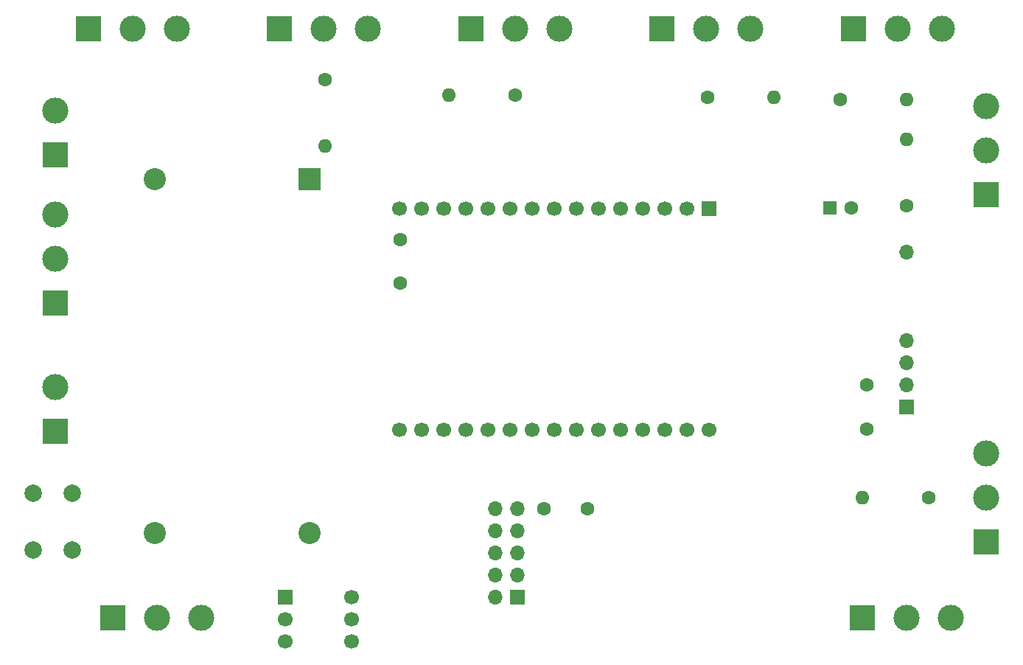
<source format=gbr>
%TF.GenerationSoftware,KiCad,Pcbnew,(6.0.7)*%
%TF.CreationDate,2022-09-07T13:32:05-04:00*%
%TF.ProjectId,luison-electronics,6c756973-6f6e-42d6-956c-656374726f6e,rev?*%
%TF.SameCoordinates,Original*%
%TF.FileFunction,Soldermask,Top*%
%TF.FilePolarity,Negative*%
%FSLAX46Y46*%
G04 Gerber Fmt 4.6, Leading zero omitted, Abs format (unit mm)*
G04 Created by KiCad (PCBNEW (6.0.7)) date 2022-09-07 13:32:05*
%MOMM*%
%LPD*%
G01*
G04 APERTURE LIST*
%ADD10R,3.000000X3.000000*%
%ADD11C,3.000000*%
%ADD12C,1.600000*%
%ADD13O,1.600000X1.600000*%
%ADD14R,1.700000X1.700000*%
%ADD15O,1.700000X1.700000*%
%ADD16R,1.600000X1.600000*%
%ADD17C,1.700000*%
%ADD18R,2.540000X2.540000*%
%ADD19C,2.540000*%
%ADD20C,2.000000*%
G04 APERTURE END LIST*
D10*
%TO.C,PS_B1*%
X152908000Y-138430000D03*
D11*
X152908000Y-133350000D03*
X152908000Y-128270000D03*
%TD*%
D12*
%TO.C,C4*%
X85598000Y-103672000D03*
X85598000Y-108672000D03*
%TD*%
%TO.C,C1*%
X139192000Y-120396000D03*
X139192000Y-125396000D03*
%TD*%
%TO.C,R6*%
X146304000Y-133350000D03*
D13*
X138684000Y-133350000D03*
%TD*%
D14*
%TO.C,MD1*%
X99060000Y-144780000D03*
D15*
X96520000Y-144780000D03*
X99060000Y-142240000D03*
X96520000Y-142240000D03*
X99060000Y-139700000D03*
X96520000Y-139700000D03*
X99060000Y-137160000D03*
X96520000Y-137160000D03*
X99060000Y-134620000D03*
X96520000Y-134620000D03*
%TD*%
D12*
%TO.C,R2*%
X98806000Y-87122000D03*
D13*
X91186000Y-87122000D03*
%TD*%
D16*
%TO.C,C3*%
X134938888Y-100076000D03*
D12*
X137438888Y-100076000D03*
%TD*%
D10*
%TO.C,PSL1*%
X71755000Y-79502000D03*
D11*
X76835000Y-79502000D03*
X81915000Y-79502000D03*
%TD*%
D10*
%TO.C,LS_FR1*%
X45974000Y-110998000D03*
D11*
X45974000Y-105918000D03*
X45974000Y-100838000D03*
%TD*%
D10*
%TO.C,PSFC1*%
X115697000Y-79502000D03*
D11*
X120777000Y-79502000D03*
X125857000Y-79502000D03*
%TD*%
D12*
%TO.C,R3*%
X120904000Y-87376000D03*
D13*
X128524000Y-87376000D03*
%TD*%
D14*
%TO.C,SW1*%
X72390000Y-144780000D03*
D17*
X72390000Y-147320000D03*
X72390000Y-149860000D03*
X80010000Y-149860000D03*
X80010000Y-147320000D03*
X80010000Y-144780000D03*
%TD*%
D10*
%TO.C,Pow1*%
X45974000Y-93980000D03*
D11*
X45974000Y-88900000D03*
%TD*%
D14*
%TO.C,GYRO1*%
X143764000Y-122936000D03*
D15*
X143764000Y-120396000D03*
X143764000Y-117856000D03*
X143764000Y-115316000D03*
X143764000Y-105156000D03*
%TD*%
D10*
%TO.C,PS_R1*%
X152908000Y-98552000D03*
D11*
X152908000Y-93472000D03*
X152908000Y-88392000D03*
%TD*%
D12*
%TO.C,R1*%
X76962000Y-85344000D03*
D13*
X76962000Y-92964000D03*
%TD*%
D18*
%TO.C,U1*%
X75184000Y-96774000D03*
D19*
X57404000Y-96774000D03*
X57404000Y-137414000D03*
X75184000Y-137414000D03*
%TD*%
D12*
%TO.C,C2*%
X107148000Y-134620000D03*
X102148000Y-134620000D03*
%TD*%
%TO.C,R5*%
X143764000Y-99822000D03*
D13*
X143764000Y-92202000D03*
%TD*%
D12*
%TO.C,R4*%
X136144000Y-87630000D03*
D13*
X143764000Y-87630000D03*
%TD*%
D14*
%TO.C,MCU1*%
X121099925Y-100091000D03*
D17*
X118559925Y-100091000D03*
X116019925Y-100091000D03*
X113479925Y-100091000D03*
X110939925Y-100091000D03*
X108399925Y-100091000D03*
X105859925Y-100091000D03*
X103319925Y-100091000D03*
X100779925Y-100091000D03*
X98239925Y-100091000D03*
X95699925Y-100091000D03*
X93159925Y-100091000D03*
X90619925Y-100091000D03*
X88079925Y-100091000D03*
X85539925Y-100091000D03*
X85539925Y-125491000D03*
X88079925Y-125491000D03*
X90619925Y-125491000D03*
X93159925Y-125491000D03*
X95699925Y-125491000D03*
X98239925Y-125491000D03*
X100779925Y-125491000D03*
X103319925Y-125491000D03*
X105859925Y-125491000D03*
X108399925Y-125491000D03*
X110939925Y-125491000D03*
X113479925Y-125491000D03*
X116019925Y-125491000D03*
X118559925Y-125491000D03*
X121099925Y-125491000D03*
%TD*%
D10*
%TO.C,LS_BR1*%
X138684000Y-147147000D03*
D11*
X143764000Y-147147000D03*
X148844000Y-147147000D03*
%TD*%
D10*
%TO.C,PSFR1*%
X137668000Y-79502000D03*
D11*
X142748000Y-79502000D03*
X147828000Y-79502000D03*
%TD*%
D10*
%TO.C,LS_BL1*%
X52578000Y-147147000D03*
D11*
X57658000Y-147147000D03*
X62738000Y-147147000D03*
%TD*%
D10*
%TO.C,PSFL1*%
X93726000Y-79502000D03*
D11*
X98806000Y-79502000D03*
X103886000Y-79502000D03*
%TD*%
D10*
%TO.C,RC1*%
X45974000Y-125730000D03*
D11*
X45974000Y-120650000D03*
%TD*%
D10*
%TO.C,LS_FL1*%
X49784000Y-79502000D03*
D11*
X54864000Y-79502000D03*
X59944000Y-79502000D03*
%TD*%
D20*
%TO.C,SW2*%
X43434000Y-132842000D03*
X43434000Y-139342000D03*
X47934000Y-139342000D03*
X47934000Y-132842000D03*
%TD*%
M02*

</source>
